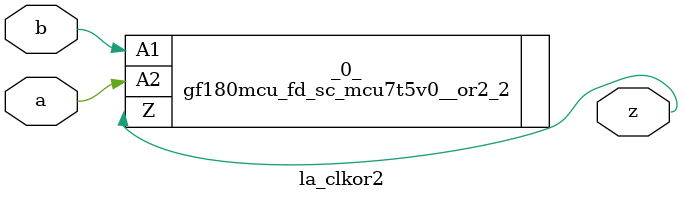
<source format=v>

/* Generated by Yosys 0.37 (git sha1 a5c7f69ed, clang 14.0.0-1ubuntu1.1 -fPIC -Os) */

module la_clkor2(a, b, z);
  input a;
  wire a;
  input b;
  wire b;
  output z;
  wire z;
  gf180mcu_fd_sc_mcu7t5v0__or2_2 _0_ (
    .A1(b),
    .A2(a),
    .Z(z)
  );
endmodule

</source>
